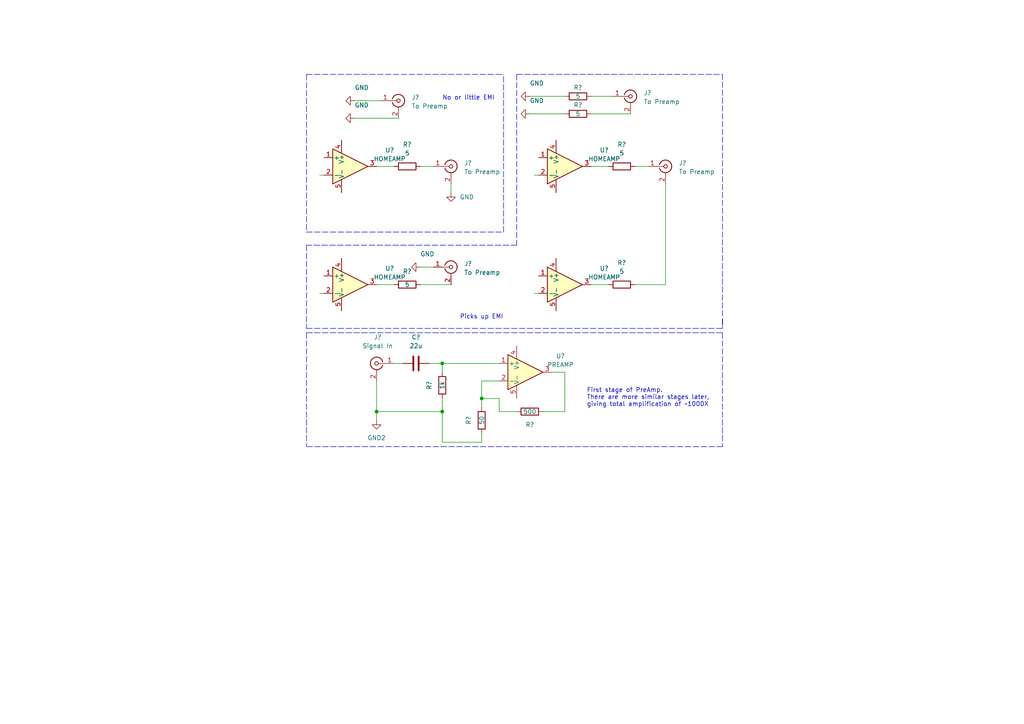
<source format=kicad_sch>
(kicad_sch (version 20211123) (generator eeschema)
  (paper "A4")
  (lib_symbols
    (symbol "Connector:Conn_Coaxial" (pin_names (offset 1.016) hide)
      (property "Reference" "J" (at 0.254 3.048 0))
      (property "Value" "Conn_Coaxial" (at 2.921 0 90))
      (symbol "Conn_Coaxial_0_1"
        (arc (start -1.778 -0.508) (mid 0.2311 -1.8066) (end 1.778 0) (stroke (width 0.254)))
        (polyline (pts (xy -2.54 0) (xy -0.508 0)))
        (polyline (pts (xy 0 -2.54) (xy 0 -1.778)))
        (circle (center 0 0) (radius 0.508) (stroke (width 0.2032)))
        (arc (start 1.778 0) (mid 0.2099 1.8101) (end -1.778 0.508) (stroke (width 0.254)))
      )
      (symbol "Conn_Coaxial_1_1"
        (pin passive line (at -5.08 0 0) (length 2.54) (name "In") (number "1"))
        (pin passive line (at 0 -5.08 90) (length 2.54) (name "Ext") (number "2"))
      )
    )
    (symbol "Device:C" (pin_numbers hide) (pin_names (offset 0.254))
      (property "Reference" "C" (at 0.635 2.54 0))
      (property "Value" "C" (at 0.635 -2.54 0))
      (symbol "C_0_1"
        (polyline (pts (xy -2.032 -0.762) (xy 2.032 -0.762)) (stroke (width 0.508)))
        (polyline (pts (xy -2.032 0.762) (xy 2.032 0.762)) (stroke (width 0.508)))
      )
      (symbol "C_1_1"
        (pin passive line (at 0 3.81 270) (length 2.794) (name "~") (number "1"))
        (pin passive line (at 0 -3.81 90) (length 2.794) (name "~") (number "2"))
      )
    )
    (symbol "Device:R" (pin_numbers hide) (pin_names (offset 0))
      (property "Reference" "R" (at 2.032 0 90))
      (property "Value" "R" (at 0 0 90))
      (symbol "R_0_1"
        (rectangle (start -1.016 -2.54) (end 1.016 2.54) (stroke (width 0.254)))
      )
      (symbol "R_1_1"
        (pin passive line (at 0 3.81 270) (length 1.27) (name "~") (number "1"))
        (pin passive line (at 0 -3.81 90) (length 1.27) (name "~") (number "2"))
      )
    )
    (symbol "power:GND" (power) (pin_names (offset 0))
      (property "Value" "GND" (at 0 -3.81 0))
      (symbol "GND_0_1"
        (polyline (pts (xy 0 0) (xy 0 -1.27) (xy 1.27 -1.27) (xy 0 -2.54) (xy -1.27 -1.27) (xy 0 -1.27)))
      )
      (symbol "GND_1_1"
        (pin power_in line (at 0 0 270) (length 0) hide (name "GND") (number "1"))
      )
    )
    (symbol "power:GND2" (power) (pin_names (offset 0))
      (property "Value" "GND2" (at 0 -3.81 0))
      (symbol "GND2_0_1"
        (polyline (pts (xy 0 0) (xy 0 -1.27) (xy 1.27 -1.27) (xy 0 -2.54) (xy -1.27 -1.27) (xy 0 -1.27)))
      )
      (symbol "GND2_1_1"
        (pin power_in line (at 0 0 270) (length 0) hide (name "GND2") (number "1"))
      )
    )
    (symbol "pspice:OPAMP" (pin_names (offset 0.254))
      (property "Reference" "U" (at 3.81 3.175 0))
      (property "Value" "OPAMP" (at 3.81 -3.175 0))
      (symbol "OPAMP_0_1"
        (polyline (pts (xy 5.08 0) (xy -5.08 5.08) (xy -5.08 -5.08) (xy 5.08 0)) (stroke (width 0.254)) (fill (type background)))
      )
      (symbol "OPAMP_1_1"
        (pin input line (at -7.62 2.54 0) (length 2.54) (name "+") (number "1"))
        (pin input line (at -7.62 -2.54 0) (length 2.54) (name "-") (number "2"))
        (pin output line (at 7.62 0 180) (length 2.54) (name "~") (number "3"))
        (pin power_in line (at -2.54 7.62 270) (length 3.81) (name "V+") (number "4"))
        (pin power_in line (at -2.54 -7.62 90) (length 3.81) (name "V-") (number "5"))
      )
    )
  )
  (junction (at 109.22 119.38))
  (junction (at 139.7 115.57))
  (junction (at 128.27 105.41))
  (junction (at 128.27 119.38))
  (polyline (pts (xy 209.55 93.98) (xy 209.55 21.59)))
  (wire (pts (xy 102.87 29.21) (xy 110.49 29.21)))
  (polyline (pts (xy 88.9 71.12) (xy 88.9 95.25)))
  (polyline (pts (xy 209.55 96.52) (xy 209.55 129.54)))
  (wire (pts (xy 139.7 115.57) (xy 139.7 118.11)))
  (wire (pts (xy 154.94 50.8) (xy 156.21 50.8)))
  (polyline (pts (xy 146.05 67.31) (xy 146.05 21.59)))
  (wire (pts (xy 153.67 27.94) (xy 163.83 27.94)))
  (polyline (pts (xy 209.55 129.54) (xy 88.9 129.54)))
  (wire (pts (xy 128.27 128.27) (xy 139.7 128.27)))
  (wire (pts (xy 163.83 107.95) (xy 163.83 119.38)))
  (wire (pts (xy 139.7 128.27) (xy 139.7 125.73)))
  (wire (pts (xy 124.46 105.41) (xy 128.27 105.41)))
  (wire (pts (xy 153.67 33.02) (xy 163.83 33.02)))
  (wire (pts (xy 171.45 33.02) (xy 182.88 33.02)))
  (wire (pts (xy 171.45 27.94) (xy 177.8 27.94)))
  (wire (pts (xy 128.27 119.38) (xy 128.27 128.27)))
  (polyline (pts (xy 209.55 95.25) (xy 209.55 92.71)))
  (polyline (pts (xy 88.9 21.59) (xy 146.05 21.59)))
  (wire (pts (xy 144.78 119.38) (xy 144.78 115.57)))
  (polyline (pts (xy 149.86 21.59) (xy 209.55 21.59)))
  (wire (pts (xy 102.87 34.29) (xy 115.57 34.29)))
  (wire (pts (xy 130.81 82.55) (xy 121.92 82.55)))
  (polyline (pts (xy 88.9 96.52) (xy 88.9 129.54)))
  (wire (pts (xy 109.22 48.26) (xy 114.3 48.26)))
  (wire (pts (xy 193.04 82.55) (xy 184.15 82.55)))
  (polyline (pts (xy 149.86 21.59) (xy 149.86 71.12)))
  (polyline (pts (xy 88.9 21.59) (xy 88.9 67.31)))
  (wire (pts (xy 121.92 77.47) (xy 125.73 77.47)))
  (wire (pts (xy 171.45 48.26) (xy 176.53 48.26)))
  (wire (pts (xy 163.83 119.38) (xy 157.48 119.38)))
  (wire (pts (xy 128.27 119.38) (xy 109.22 119.38)))
  (wire (pts (xy 109.22 119.38) (xy 109.22 110.49)))
  (wire (pts (xy 109.22 82.55) (xy 114.3 82.55)))
  (wire (pts (xy 109.22 121.92) (xy 109.22 119.38)))
  (wire (pts (xy 144.78 115.57) (xy 139.7 115.57)))
  (wire (pts (xy 116.84 105.41) (xy 114.3 105.41)))
  (wire (pts (xy 121.92 48.26) (xy 125.73 48.26)))
  (wire (pts (xy 128.27 107.95) (xy 128.27 105.41)))
  (wire (pts (xy 149.86 119.38) (xy 144.78 119.38)))
  (polyline (pts (xy 149.86 71.12) (xy 88.9 71.12)))
  (wire (pts (xy 92.71 50.8) (xy 93.98 50.8)))
  (wire (pts (xy 171.45 82.55) (xy 176.53 82.55)))
  (polyline (pts (xy 209.55 93.98) (xy 209.55 92.71)))
  (wire (pts (xy 139.7 110.49) (xy 139.7 115.57)))
  (wire (pts (xy 154.94 85.09) (xy 156.21 85.09)))
  (wire (pts (xy 193.04 53.34) (xy 193.04 82.55)))
  (wire (pts (xy 144.78 110.49) (xy 139.7 110.49)))
  (wire (pts (xy 184.15 48.26) (xy 187.96 48.26)))
  (wire (pts (xy 130.81 55.88) (xy 130.81 53.34)))
  (polyline (pts (xy 88.9 67.31) (xy 146.05 67.31)))
  (wire (pts (xy 160.02 107.95) (xy 163.83 107.95)))
  (polyline (pts (xy 88.9 96.52) (xy 209.55 96.52)))
  (wire (pts (xy 128.27 115.57) (xy 128.27 119.38)))
  (wire (pts (xy 92.71 85.09) (xy 93.98 85.09)))
  (wire (pts (xy 128.27 105.41) (xy 144.78 105.41)))
  (polyline (pts (xy 88.9 95.25) (xy 209.55 95.25)))
  (text "No or little EMI\n" (at 128.27 29.21 0) (effects (font (size 1.27 1.27)) (justify left bottom)))
  (text "First stage of PreAmp. \nThere are more similar stages later, \ngiving total amplification of ~1000X" (at 170.18 118.11 0) (effects (font (size 1.27 1.27)) (justify left bottom)))
  (text "Picks up EMI" (at 133.35 92.71 0) (effects (font (size 1.27 1.27)) (justify left bottom)))
  (symbol (lib_id "Device:R") (at 139.7 121.92 180) (unit 1)
    (property "Reference" "R?" (at 135.89 121.92 90))
    (property "Value" "50" (at 139.7 121.92 90))
  )
  (symbol (lib_id "pspice:OPAMP") (at 152.4 107.95 0) (unit 1)
    (property "Reference" "U?" (at 162.56 103.251 0))
    (property "Value" "PREAMP" (at 162.56 105.791 0))
  )
  (symbol (lib_id "Connector:Conn_Coaxial") (at 115.57 29.21 0) (unit 1)
    (property "Reference" "J?" (at 119.38 28.2331 0) (effects (justify left)))
    (property "Value" "To Preamp" (at 119.38 30.7731 0) (effects (justify left)))
    (property "Footprint" "Connector_Coaxial:U.FL_Hirose_U.FL-R-SMT-1_Vertical" (effects hide))
    (property "Datasheet" " ~" (effects hide))
  )
  (symbol (lib_id "Device:R") (at 118.11 48.26 90) (unit 1)
    (property "Reference" "R?" (at 118.11 41.91 90))
    (property "Value" "5" (at 118.11 44.45 90))
  )
  (symbol (lib_id "Device:R") (at 167.64 33.02 90) (unit 1)
    (property "Reference" "R?" (at 167.64 30.48 90))
    (property "Value" "5" (at 167.64 33.02 90))
  )
  (symbol (lib_id "Device:R") (at 167.64 27.94 90) (unit 1)
    (property "Reference" "R?" (at 167.64 25.4 90))
    (property "Value" "5" (at 167.64 27.94 90))
  )
  (symbol (lib_id "Device:R") (at 118.11 82.55 90) (unit 1)
    (property "Reference" "R?" (at 118.11 78.74 90))
    (property "Value" "5" (at 118.11 82.55 90))
  )
  (symbol (lib_id "pspice:OPAMP") (at 163.83 82.55 0) (unit 1)
    (property "Reference" "U?" (at 175.26 77.851 0))
    (property "Value" "HOMEAMP" (at 175.26 80.391 0))
  )
  (symbol (lib_id "Connector:Conn_Coaxial") (at 193.04 48.26 0) (unit 1)
    (property "Reference" "J?" (at 196.85 47.2831 0) (effects (justify left)))
    (property "Value" "To Preamp" (at 196.85 49.8231 0) (effects (justify left)))
    (property "Footprint" "Connector_Coaxial:U.FL_Hirose_U.FL-R-SMT-1_Vertical" (effects hide))
    (property "Datasheet" " ~" (effects hide))
  )
  (symbol (lib_id "power:GND") (at 102.87 34.29 270) (unit 1)
    (property "Reference" "#PWR?" (effects hide))
    (property "Value" "GND" (at 102.87 30.48 90) (effects (justify left)))
  )
  (symbol (lib_id "pspice:OPAMP") (at 101.6 82.55 0) (unit 1)
    (property "Reference" "U?" (at 113.03 77.851 0))
    (property "Value" "HOMEAMP" (at 113.03 80.391 0))
  )
  (symbol (lib_id "power:GND") (at 130.81 55.88 0) (unit 1)
    (property "Reference" "#PWR?" (effects hide))
    (property "Value" "GND" (at 133.35 57.1499 0) (effects (justify left)))
  )
  (symbol (lib_id "power:GND") (at 121.92 77.47 270) (unit 1)
    (property "Reference" "#PWR?" (effects hide))
    (property "Value" "GND" (at 121.92 73.66 90) (effects (justify left)))
  )
  (symbol (lib_id "Device:C") (at 120.65 105.41 90) (unit 1)
    (property "Reference" "C?" (at 120.65 97.79 90))
    (property "Value" "22u" (at 120.65 100.33 90))
  )
  (symbol (lib_id "power:GND") (at 153.67 27.94 270) (unit 1)
    (property "Reference" "#PWR?" (effects hide))
    (property "Value" "GND" (at 153.67 24.13 90) (effects (justify left)))
  )
  (symbol (lib_id "power:GND") (at 102.87 29.21 270) (unit 1)
    (property "Reference" "#PWR?" (effects hide))
    (property "Value" "GND" (at 102.87 25.4 90) (effects (justify left)))
  )
  (symbol (lib_id "Device:R") (at 180.34 48.26 90) (unit 1)
    (property "Reference" "R?" (at 180.34 41.91 90))
    (property "Value" "5" (at 180.34 44.45 90))
  )
  (symbol (lib_id "power:GND2") (at 109.22 121.92 0) (unit 1)
    (property "Reference" "#PWR?" (effects hide))
    (property "Value" "GND2" (at 109.22 127 0))
  )
  (symbol (lib_id "Connector:Conn_Coaxial") (at 109.22 105.41 0) (mirror y) (unit 1)
    (property "Reference" "J?" (at 109.5374 97.79 0))
    (property "Value" "Signal In" (at 109.5374 100.33 0))
    (property "Footprint" "Connector_Coaxial:U.FL_Hirose_U.FL-R-SMT-1_Vertical" (effects hide))
    (property "Datasheet" " ~" (effects hide))
  )
  (symbol (lib_id "Connector:Conn_Coaxial") (at 130.81 77.47 0) (unit 1)
    (property "Reference" "J?" (at 134.62 76.4931 0) (effects (justify left)))
    (property "Value" "To Preamp" (at 134.62 79.0331 0) (effects (justify left)))
    (property "Footprint" "Connector_Coaxial:U.FL_Hirose_U.FL-R-SMT-1_Vertical" (effects hide))
    (property "Datasheet" " ~" (effects hide))
  )
  (symbol (lib_id "Connector:Conn_Coaxial") (at 130.81 48.26 0) (unit 1)
    (property "Reference" "J?" (at 134.62 47.2831 0) (effects (justify left)))
    (property "Value" "To Preamp" (at 134.62 49.8231 0) (effects (justify left)))
    (property "Footprint" "Connector_Coaxial:U.FL_Hirose_U.FL-R-SMT-1_Vertical" (effects hide))
    (property "Datasheet" " ~" (effects hide))
  )
  (symbol (lib_id "Device:R") (at 153.67 119.38 270) (unit 1)
    (property "Reference" "R?" (at 153.67 123.19 90))
    (property "Value" "500" (at 153.67 119.38 90))
  )
  (symbol (lib_id "pspice:OPAMP") (at 163.83 48.26 0) (unit 1)
    (property "Reference" "U?" (at 175.26 43.561 0))
    (property "Value" "HOMEAMP" (at 175.26 46.101 0))
  )
  (symbol (lib_id "pspice:OPAMP") (at 101.6 48.26 0) (unit 1)
    (property "Reference" "U?" (at 113.03 43.561 0))
    (property "Value" "HOMEAMP" (at 113.03 46.101 0))
  )
  (symbol (lib_id "power:GND") (at 153.67 33.02 270) (unit 1)
    (property "Reference" "#PWR?" (effects hide))
    (property "Value" "GND" (at 153.67 29.21 90) (effects (justify left)))
  )
  (symbol (lib_id "Device:R") (at 128.27 111.76 180) (unit 1)
    (property "Reference" "R?" (at 124.46 111.76 90))
    (property "Value" "1k" (at 128.27 111.76 90))
  )
  (symbol (lib_id "Device:R") (at 180.34 82.55 90) (unit 1)
    (property "Reference" "R?" (at 180.34 76.2 90))
    (property "Value" "5" (at 180.34 78.74 90))
  )
  (symbol (lib_id "Connector:Conn_Coaxial") (at 182.88 27.94 0) (unit 1)
    (property "Reference" "J?" (at 186.69 26.9631 0) (effects (justify left)))
    (property "Value" "To Preamp" (at 186.69 29.5031 0) (effects (justify left)))
    (property "Footprint" "Connector_Coaxial:U.FL_Hirose_U.FL-R-SMT-1_Vertical" (effects hide))
    (property "Datasheet" " ~" (effects hide))
  )
)
</source>
